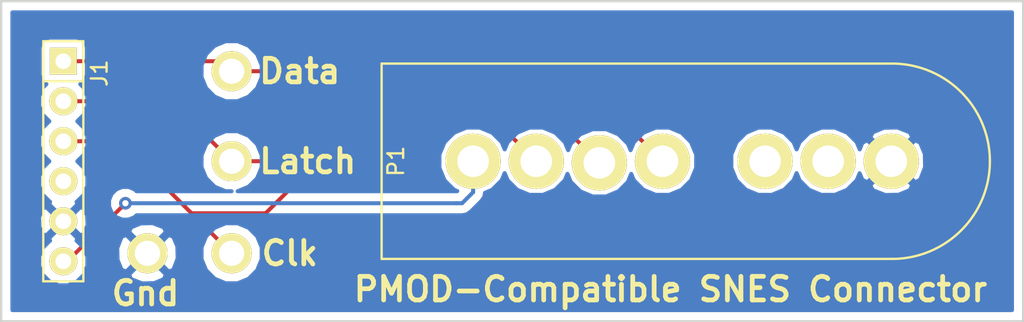
<source format=kicad_pcb>
(kicad_pcb (version 4) (host pcbnew 4.0.2-1.fc23-product)

  (general
    (links 9)
    (no_connects 0)
    (area 81.131999 86.084999 146.125001 106.955001)
    (thickness 1.6)
    (drawings 9)
    (tracks 28)
    (zones 0)
    (modules 6)
    (nets 9)
  )

  (page A4)
  (layers
    (0 F.Cu signal)
    (31 B.Cu signal)
    (32 B.Adhes user)
    (33 F.Adhes user)
    (34 B.Paste user)
    (35 F.Paste user)
    (36 B.SilkS user)
    (37 F.SilkS user)
    (38 B.Mask user)
    (39 F.Mask user)
    (40 Dwgs.User user)
    (41 Cmts.User user)
    (42 Eco1.User user)
    (43 Eco2.User user)
    (44 Edge.Cuts user)
    (45 Margin user)
    (46 B.CrtYd user)
    (47 F.CrtYd user)
    (48 B.Fab user)
    (49 F.Fab user)
  )

  (setup
    (last_trace_width 0.254)
    (trace_clearance 0.2)
    (zone_clearance 0.508)
    (zone_45_only no)
    (trace_min 0.2)
    (segment_width 0.2)
    (edge_width 0.15)
    (via_size 0.8)
    (via_drill 0.4)
    (via_min_size 0.4)
    (via_min_drill 0.3)
    (uvia_size 0.3)
    (uvia_drill 0.1)
    (uvias_allowed no)
    (uvia_min_size 0)
    (uvia_min_drill 0)
    (pcb_text_width 0.3)
    (pcb_text_size 1.5 1.5)
    (mod_edge_width 0.15)
    (mod_text_size 1 1)
    (mod_text_width 0.15)
    (pad_size 1.524 1.524)
    (pad_drill 0.762)
    (pad_to_mask_clearance 0.2)
    (aux_axis_origin 0 0)
    (visible_elements FFFFFF7F)
    (pcbplotparams
      (layerselection 0x010e0_80000001)
      (usegerberextensions true)
      (excludeedgelayer true)
      (linewidth 0.100000)
      (plotframeref false)
      (viasonmask false)
      (mode 1)
      (useauxorigin false)
      (hpglpennumber 1)
      (hpglpenspeed 20)
      (hpglpendiameter 15)
      (hpglpenoverlay 2)
      (psnegative false)
      (psa4output false)
      (plotreference true)
      (plotvalue true)
      (plotinvisibletext false)
      (padsonsilk false)
      (subtractmaskfromsilk false)
      (outputformat 1)
      (mirror false)
      (drillshape 0)
      (scaleselection 1)
      (outputdirectory Gerbers/))
  )

  (net 0 "")
  (net 1 "Net-(J1-Pad1)")
  (net 2 "Net-(J1-Pad2)")
  (net 3 "Net-(J1-Pad3)")
  (net 4 "Net-(J1-Pad4)")
  (net 5 "Net-(J1-Pad6)")
  (net 6 "Net-(P1-Pad5)")
  (net 7 "Net-(P1-Pad6)")
  (net 8 GND)

  (net_class Default "This is the default net class."
    (clearance 0.2)
    (trace_width 0.254)
    (via_dia 0.8)
    (via_drill 0.4)
    (uvia_dia 0.3)
    (uvia_drill 0.1)
    (add_net GND)
    (add_net "Net-(J1-Pad1)")
    (add_net "Net-(J1-Pad2)")
    (add_net "Net-(J1-Pad3)")
    (add_net "Net-(J1-Pad4)")
    (add_net "Net-(J1-Pad6)")
    (add_net "Net-(P1-Pad5)")
    (add_net "Net-(P1-Pad6)")
  )

  (module Connectors:PMOD_SINGLE_MALE (layer F.Cu) (tedit 582E9318) (tstamp 582EB090)
    (at 83.185 96.52 90)
    (path /582E992F)
    (fp_text reference J1 (at 5.588 4.318 90) (layer F.SilkS)
      (effects (font (size 1 1) (thickness 0.15)))
    )
    (fp_text value PMOD_SINGLE (at 0 0 90) (layer F.Fab) hide
      (effects (font (size 1 1) (thickness 0.15)))
    )
    (fp_line (start -10.16 -1.778) (end 10.16 -1.778) (layer Dwgs.User) (width 0.15))
    (fp_line (start 5.08 0.762) (end 5.08 3.302) (layer F.SilkS) (width 0.15))
    (fp_line (start 7.62 0.762) (end 7.62 3.302) (layer F.SilkS) (width 0.15))
    (fp_line (start 7.62 3.302) (end -7.62 3.302) (layer F.SilkS) (width 0.15))
    (fp_line (start -7.62 3.302) (end -7.62 0.762) (layer F.SilkS) (width 0.15))
    (fp_line (start -7.62 0.762) (end 7.62 0.762) (layer F.SilkS) (width 0.15))
    (pad 1 thru_hole rect (at 6.35 2.032 270) (size 1.7018 1.7018) (drill 0.9906) (layers *.Cu *.Mask F.SilkS)
      (net 1 "Net-(J1-Pad1)"))
    (pad 2 thru_hole circle (at 3.81 2.032 270) (size 1.778 1.778) (drill 0.9906) (layers *.Cu *.Mask F.SilkS)
      (net 2 "Net-(J1-Pad2)"))
    (pad 3 thru_hole circle (at 1.27 2.032 270) (size 1.778 1.778) (drill 0.9906) (layers *.Cu *.Mask F.SilkS)
      (net 3 "Net-(J1-Pad3)"))
    (pad 4 thru_hole circle (at -1.27 2.032 270) (size 1.778 1.778) (drill 0.9906) (layers *.Cu *.Mask F.SilkS)
      (net 4 "Net-(J1-Pad4)"))
    (pad 5 thru_hole circle (at -3.81 2.032 270) (size 1.778 1.778) (drill 0.9906) (layers *.Cu *.Mask F.SilkS)
      (net 8 GND))
    (pad 6 thru_hole circle (at -6.35 2.032 270) (size 1.778 1.778) (drill 0.9906) (layers *.Cu *.Mask F.SilkS)
      (net 5 "Net-(J1-Pad6)"))
    (model 3D/Connectors/CONN_1x6_Male.wrl
      (at (xyz -0.3 0.31 0.096))
      (scale (xyz 0.3937 0.3937 0.3937))
      (rotate (xyz 0 180 180))
    )
  )

  (module Connectors:TESTPOINT_063 (layer F.Cu) (tedit 586434A6) (tstamp 582EB0A5)
    (at 95.885 90.805)
    (path /582E9B87)
    (fp_text reference TP1 (at 0 2.7) (layer F.SilkS) hide
      (effects (font (size 1 1) (thickness 0.15)))
    )
    (fp_text value TEST_POINT (at 0 -2.032) (layer F.Fab) hide
      (effects (font (size 1 1) (thickness 0.15)))
    )
    (pad 1 thru_hole circle (at 0 0) (size 2.54 2.54) (drill 1.6002) (layers *.Cu *.Mask F.SilkS)
      (net 1 "Net-(J1-Pad1)"))
    (model 3D/Connectors/Testpoint_063.wrl
      (at (xyz -0.0625 0.0625 -0.125))
      (scale (xyz 0.3937 0.3937 0.3937))
      (rotate (xyz -90 0 0))
    )
  )

  (module Connectors:TESTPOINT_063 (layer F.Cu) (tedit 586434AA) (tstamp 582EB0AA)
    (at 95.885 96.52)
    (path /582E9B5B)
    (fp_text reference TP2 (at 0 2.7) (layer F.SilkS) hide
      (effects (font (size 1 1) (thickness 0.15)))
    )
    (fp_text value TEST_POINT (at 0 -2.032) (layer F.Fab) hide
      (effects (font (size 1 1) (thickness 0.15)))
    )
    (pad 1 thru_hole circle (at 0 0) (size 2.54 2.54) (drill 1.6002) (layers *.Cu *.Mask F.SilkS)
      (net 2 "Net-(J1-Pad2)"))
    (model 3D/Connectors/Testpoint_063.wrl
      (at (xyz -0.0625 0.0625 -0.125))
      (scale (xyz 0.3937 0.3937 0.3937))
      (rotate (xyz -90 0 0))
    )
  )

  (module Connectors:TESTPOINT_063 (layer F.Cu) (tedit 586434AD) (tstamp 582EB0AF)
    (at 95.885 102.362)
    (path /582E9A25)
    (fp_text reference TP3 (at 0 2.7) (layer F.SilkS) hide
      (effects (font (size 1 1) (thickness 0.15)))
    )
    (fp_text value TEST_POINT (at 0 -2.032) (layer F.Fab) hide
      (effects (font (size 1 1) (thickness 0.15)))
    )
    (pad 1 thru_hole circle (at 0 0) (size 2.54 2.54) (drill 1.6002) (layers *.Cu *.Mask F.SilkS)
      (net 3 "Net-(J1-Pad3)"))
    (model 3D/Connectors/Testpoint_063.wrl
      (at (xyz -0.0625 0.0625 -0.125))
      (scale (xyz 0.3937 0.3937 0.3937))
      (rotate (xyz -90 0 0))
    )
  )

  (module Connectors:TESTPOINT_063 (layer F.Cu) (tedit 586434B0) (tstamp 586430A2)
    (at 90.551 102.362)
    (path /58642EFF)
    (fp_text reference TP4 (at 0 2.7) (layer F.SilkS) hide
      (effects (font (size 1 1) (thickness 0.15)))
    )
    (fp_text value TEST_POINT (at 0 -2.032) (layer F.Fab) hide
      (effects (font (size 1 1) (thickness 0.15)))
    )
    (pad 1 thru_hole circle (at 0 0) (size 2.54 2.54) (drill 1.6002) (layers *.Cu *.Mask F.SilkS)
      (net 8 GND))
    (model 3D/Connectors/Testpoint_063.wrl
      (at (xyz -0.0625 0.0625 -0.125))
      (scale (xyz 0.3937 0.3937 0.3937))
      (rotate (xyz -90 0 0))
    )
  )

  (module Connectors:GAMING_SNES (layer F.Cu) (tedit 58643B78) (tstamp 582EB0A0)
    (at 123.19 96.52)
    (path /582E97EE)
    (fp_text reference P1 (at -16.891 0 270) (layer F.SilkS)
      (effects (font (size 1 1) (thickness 0.15)))
    )
    (fp_text value CONN_1x7 (at 0 -3.1) (layer F.Fab) hide
      (effects (font (size 1 1) (thickness 0.15)))
    )
    (fp_line (start -17.8 6.2) (end 14.6 6.2) (layer F.SilkS) (width 0.15))
    (fp_line (start -17.8 -6.2) (end 14.5 -6.2) (layer F.SilkS) (width 0.15))
    (fp_arc (start 14.55 0) (end 20.75 0) (angle 90) (layer F.SilkS) (width 0.15))
    (fp_arc (start 14.55 0) (end 14.55 -6.2) (angle 90) (layer F.SilkS) (width 0.15))
    (fp_line (start -17.8 6.2) (end -17.8 -6.2) (layer F.SilkS) (width 0.15))
    (pad 1 thru_hole circle (at -12 0) (size 3.5 3.5) (drill 2) (layers *.Cu *.Mask F.SilkS)
      (net 5 "Net-(J1-Pad6)"))
    (pad 2 thru_hole circle (at -8 0) (size 3.5 3.5) (drill 2) (layers *.Cu *.Mask F.SilkS)
      (net 3 "Net-(J1-Pad3)"))
    (pad 3 thru_hole circle (at -4 0.1) (size 3.5 3.5) (drill 2) (layers *.Cu *.Mask F.SilkS)
      (net 2 "Net-(J1-Pad2)"))
    (pad 4 thru_hole circle (at 0 0) (size 3.5 3.5) (drill 2) (layers *.Cu *.Mask F.SilkS)
      (net 1 "Net-(J1-Pad1)"))
    (pad 5 thru_hole circle (at 6.5 0) (size 3.5 3.5) (drill 2) (layers *.Cu *.Mask F.SilkS)
      (net 6 "Net-(P1-Pad5)"))
    (pad 6 thru_hole circle (at 10.5 0) (size 3.5 3.5) (drill 2) (layers *.Cu *.Mask F.SilkS)
      (net 7 "Net-(P1-Pad6)"))
    (pad 7 thru_hole circle (at 14.5 0) (size 3.5 3.5) (drill 2) (layers *.Cu *.Mask F.SilkS)
      (net 8 GND))
    (model 3D/Connectors/Gaming_SNES.wrl
      (at (xyz 0 0 0))
      (scale (xyz 0.3937 0.3937 0.3937))
      (rotate (xyz 0 0 90))
    )
  )

  (gr_text Gnd (at 90.424 104.902) (layer F.SilkS)
    (effects (font (size 1.5 1.5) (thickness 0.3)))
  )
  (gr_text Clk (at 99.568 102.362) (layer F.SilkS)
    (effects (font (size 1.5 1.5) (thickness 0.3)))
  )
  (gr_text Latch (at 100.711 96.52) (layer F.SilkS)
    (effects (font (size 1.5 1.5) (thickness 0.3)))
  )
  (gr_text Data (at 100.203 90.805) (layer F.SilkS)
    (effects (font (size 1.5 1.5) (thickness 0.3)))
  )
  (gr_text "PMOD-Compatible SNES Connector" (at 123.698 104.648) (layer F.SilkS)
    (effects (font (size 1.5 1.5) (thickness 0.3)))
  )
  (gr_line (start 146.05 86.36) (end 81.28 86.36) (angle 90) (layer Edge.Cuts) (width 0.15))
  (gr_line (start 146.05 106.68) (end 146.05 86.36) (angle 90) (layer Edge.Cuts) (width 0.15))
  (gr_line (start 81.28 106.68) (end 146.05 106.68) (angle 90) (layer Edge.Cuts) (width 0.15))
  (gr_line (start 81.28 86.36) (end 81.28 106.68) (angle 90) (layer Edge.Cuts) (width 0.15))

  (segment (start 95.885 90.805) (end 98.171 90.805) (width 0.254) (layer F.Cu) (net 1))
  (segment (start 118.872 92.202) (end 123.19 96.52) (width 0.254) (layer F.Cu) (net 1) (tstamp 586432F8))
  (segment (start 99.568 92.202) (end 118.872 92.202) (width 0.254) (layer F.Cu) (net 1) (tstamp 586432F5))
  (segment (start 98.171 90.805) (end 99.568 92.202) (width 0.254) (layer F.Cu) (net 1) (tstamp 586432F3))
  (segment (start 85.217 90.17) (end 95.25 90.17) (width 0.254) (layer F.Cu) (net 1))
  (segment (start 95.25 90.17) (end 95.885 90.805) (width 0.254) (layer F.Cu) (net 1) (tstamp 586432B9))
  (segment (start 95.885 96.52) (end 99.441 96.52) (width 0.254) (layer F.Cu) (net 2))
  (segment (start 115.534 92.964) (end 119.19 96.62) (width 0.254) (layer F.Cu) (net 2) (tstamp 586432EF))
  (segment (start 102.997 92.964) (end 115.534 92.964) (width 0.254) (layer F.Cu) (net 2) (tstamp 586432EB))
  (segment (start 99.441 96.52) (end 102.997 92.964) (width 0.254) (layer F.Cu) (net 2) (tstamp 586432E9))
  (segment (start 85.217 92.71) (end 92.075 92.71) (width 0.254) (layer F.Cu) (net 2))
  (segment (start 92.075 92.71) (end 95.885 96.52) (width 0.254) (layer F.Cu) (net 2) (tstamp 586432C1))
  (segment (start 93.345 99.822) (end 98.044 99.822) (width 0.254) (layer F.Cu) (net 3))
  (segment (start 112.396 93.726) (end 115.19 96.52) (width 0.254) (layer F.Cu) (net 3) (tstamp 586432E5))
  (segment (start 104.14 93.726) (end 112.396 93.726) (width 0.254) (layer F.Cu) (net 3) (tstamp 586432E3))
  (segment (start 98.044 99.822) (end 104.14 93.726) (width 0.254) (layer F.Cu) (net 3) (tstamp 586432D6))
  (segment (start 85.217 95.25) (end 88.773 95.25) (width 0.254) (layer F.Cu) (net 3))
  (segment (start 88.773 95.25) (end 93.345 99.822) (width 0.254) (layer F.Cu) (net 3) (tstamp 586432C7))
  (segment (start 93.345 99.822) (end 95.885 102.362) (width 0.254) (layer F.Cu) (net 3) (tstamp 586432D4))
  (segment (start 95.885 102.362) (end 95.885 102.235) (width 0.25) (layer F.Cu) (net 3) (tstamp 58643119))
  (segment (start 110.109 99.187) (end 110.49 99.187) (width 0.254) (layer B.Cu) (net 5))
  (segment (start 111.19 98.487) (end 111.19 96.52) (width 0.254) (layer B.Cu) (net 5) (tstamp 58643392))
  (segment (start 110.49 99.187) (end 111.19 98.487) (width 0.254) (layer B.Cu) (net 5) (tstamp 58643391))
  (segment (start 85.217 102.87) (end 85.471 102.87) (width 0.254) (layer F.Cu) (net 5))
  (segment (start 85.471 102.87) (end 89.154 99.187) (width 0.254) (layer F.Cu) (net 5) (tstamp 58643358))
  (via (at 89.154 99.187) (size 0.8) (drill 0.4) (layers F.Cu B.Cu) (net 5))
  (segment (start 89.154 99.187) (end 110.109 99.187) (width 0.254) (layer B.Cu) (net 5) (tstamp 58643361))
  (segment (start 110.109 99.187) (end 110.236 99.187) (width 0.254) (layer B.Cu) (net 5) (tstamp 5864338F))

  (zone (net 8) (net_name GND) (layer B.Cu) (tstamp 586430A3) (hatch edge 0.508)
    (connect_pads (clearance 0.508))
    (min_thickness 0.254)
    (fill yes (arc_segments 16) (thermal_gap 0.508) (thermal_bridge_width 0.508))
    (polygon
      (pts
        (xy 145.796 106.426) (xy 81.534 106.426) (xy 81.534 86.614) (xy 145.796 86.614) (xy 145.796 106.426)
      )
    )
    (filled_polygon
      (pts
        (xy 145.34 105.97) (xy 81.99 105.97) (xy 81.99 103.171812) (xy 83.692736 103.171812) (xy 83.924262 103.732149)
        (xy 84.352596 104.161231) (xy 84.912528 104.393735) (xy 85.518812 104.394264) (xy 86.079149 104.162738) (xy 86.508231 103.734404)
        (xy 86.518457 103.709777) (xy 89.382828 103.709777) (xy 89.51452 104.004657) (xy 90.222036 104.276261) (xy 90.979632 104.256436)
        (xy 91.58748 104.004657) (xy 91.719172 103.709777) (xy 90.551 102.541605) (xy 89.382828 103.709777) (xy 86.518457 103.709777)
        (xy 86.740735 103.174472) (xy 86.741264 102.568188) (xy 86.520145 102.033036) (xy 88.636739 102.033036) (xy 88.656564 102.790632)
        (xy 88.908343 103.39848) (xy 89.203223 103.530172) (xy 90.371395 102.362) (xy 90.730605 102.362) (xy 91.898777 103.530172)
        (xy 92.193657 103.39848) (xy 92.446719 102.739265) (xy 93.97967 102.739265) (xy 94.269078 103.439686) (xy 94.804495 103.976039)
        (xy 95.50441 104.266668) (xy 96.262265 104.26733) (xy 96.962686 103.977922) (xy 97.499039 103.442505) (xy 97.789668 102.74259)
        (xy 97.79033 101.984735) (xy 97.500922 101.284314) (xy 96.965505 100.747961) (xy 96.26559 100.457332) (xy 95.507735 100.45667)
        (xy 94.807314 100.746078) (xy 94.270961 101.281495) (xy 93.980332 101.98141) (xy 93.97967 102.739265) (xy 92.446719 102.739265)
        (xy 92.465261 102.690964) (xy 92.445436 101.933368) (xy 92.193657 101.32552) (xy 91.898777 101.193828) (xy 90.730605 102.362)
        (xy 90.371395 102.362) (xy 89.203223 101.193828) (xy 88.908343 101.32552) (xy 88.636739 102.033036) (xy 86.520145 102.033036)
        (xy 86.509738 102.007851) (xy 86.081404 101.578769) (xy 86.054494 101.567595) (xy 86.109591 101.402196) (xy 85.217 100.509605)
        (xy 84.324409 101.402196) (xy 84.379353 101.567138) (xy 84.354851 101.577262) (xy 83.925769 102.005596) (xy 83.693265 102.565528)
        (xy 83.692736 103.171812) (xy 81.99 103.171812) (xy 81.99 100.091965) (xy 83.681484 100.091965) (xy 83.707277 100.6977)
        (xy 83.889461 101.137533) (xy 84.144804 101.222591) (xy 85.037395 100.33) (xy 85.396605 100.33) (xy 86.289196 101.222591)
        (xy 86.544539 101.137533) (xy 86.589571 101.014223) (xy 89.382828 101.014223) (xy 90.551 102.182395) (xy 91.719172 101.014223)
        (xy 91.58748 100.719343) (xy 90.879964 100.447739) (xy 90.122368 100.467564) (xy 89.51452 100.719343) (xy 89.382828 101.014223)
        (xy 86.589571 101.014223) (xy 86.752516 100.568035) (xy 86.726723 99.9623) (xy 86.544539 99.522467) (xy 86.289196 99.437409)
        (xy 85.396605 100.33) (xy 85.037395 100.33) (xy 84.144804 99.437409) (xy 83.889461 99.522467) (xy 83.681484 100.091965)
        (xy 81.99 100.091965) (xy 81.99 93.011812) (xy 83.692736 93.011812) (xy 83.924262 93.572149) (xy 84.331737 93.980336)
        (xy 83.925769 94.385596) (xy 83.693265 94.945528) (xy 83.692736 95.551812) (xy 83.924262 96.112149) (xy 84.331737 96.520336)
        (xy 83.925769 96.925596) (xy 83.693265 97.485528) (xy 83.692736 98.091812) (xy 83.924262 98.652149) (xy 84.352596 99.081231)
        (xy 84.379506 99.092405) (xy 84.324409 99.257804) (xy 85.217 100.150395) (xy 85.975424 99.391971) (xy 88.118821 99.391971)
        (xy 88.276058 99.772515) (xy 88.566954 100.063919) (xy 88.947223 100.22182) (xy 89.358971 100.222179) (xy 89.739515 100.064942)
        (xy 89.855659 99.949) (xy 110.49 99.949) (xy 110.781605 99.890996) (xy 111.028815 99.725815) (xy 111.728815 99.025816)
        (xy 111.893996 98.778605) (xy 111.918509 98.65537) (xy 111.945884 98.517748) (xy 112.3978 98.33102) (xy 112.998909 97.730959)
        (xy 113.190068 97.270598) (xy 113.37898 97.7278) (xy 113.979041 98.328909) (xy 114.763459 98.654628) (xy 115.612815 98.65537)
        (xy 116.3978 98.33102) (xy 116.998909 97.730959) (xy 117.169357 97.320475) (xy 117.37898 97.8278) (xy 117.979041 98.428909)
        (xy 118.763459 98.754628) (xy 119.612815 98.75537) (xy 120.3978 98.43102) (xy 120.998909 97.830959) (xy 121.210778 97.320722)
        (xy 121.37898 97.7278) (xy 121.979041 98.328909) (xy 122.763459 98.654628) (xy 123.612815 98.65537) (xy 124.3978 98.33102)
        (xy 124.998909 97.730959) (xy 125.324628 96.946541) (xy 125.324631 96.942815) (xy 127.55463 96.942815) (xy 127.87898 97.7278)
        (xy 128.479041 98.328909) (xy 129.263459 98.654628) (xy 130.112815 98.65537) (xy 130.8978 98.33102) (xy 131.498909 97.730959)
        (xy 131.690068 97.270598) (xy 131.87898 97.7278) (xy 132.479041 98.328909) (xy 133.263459 98.654628) (xy 134.112815 98.65537)
        (xy 134.8978 98.33102) (xy 135.195368 98.03397) (xy 136.355635 98.03397) (xy 136.515418 98.352739) (xy 137.306187 98.662723)
        (xy 138.155387 98.646497) (xy 138.864582 98.352739) (xy 139.024365 98.03397) (xy 137.69 96.699605) (xy 136.355635 98.03397)
        (xy 135.195368 98.03397) (xy 135.498909 97.730959) (xy 135.685849 97.280757) (xy 135.857261 97.694582) (xy 136.17603 97.854365)
        (xy 137.510395 96.52) (xy 137.869605 96.52) (xy 139.20397 97.854365) (xy 139.522739 97.694582) (xy 139.832723 96.903813)
        (xy 139.816497 96.054613) (xy 139.522739 95.345418) (xy 139.20397 95.185635) (xy 137.869605 96.52) (xy 137.510395 96.52)
        (xy 136.17603 95.185635) (xy 135.857261 95.345418) (xy 135.69051 95.7708) (xy 135.50102 95.3122) (xy 135.195384 95.00603)
        (xy 136.355635 95.00603) (xy 137.69 96.340395) (xy 139.024365 95.00603) (xy 138.864582 94.687261) (xy 138.073813 94.377277)
        (xy 137.224613 94.393503) (xy 136.515418 94.687261) (xy 136.355635 95.00603) (xy 135.195384 95.00603) (xy 134.900959 94.711091)
        (xy 134.116541 94.385372) (xy 133.267185 94.38463) (xy 132.4822 94.70898) (xy 131.881091 95.309041) (xy 131.689932 95.769402)
        (xy 131.50102 95.3122) (xy 130.900959 94.711091) (xy 130.116541 94.385372) (xy 129.267185 94.38463) (xy 128.4822 94.70898)
        (xy 127.881091 95.309041) (xy 127.555372 96.093459) (xy 127.55463 96.942815) (xy 125.324631 96.942815) (xy 125.32537 96.097185)
        (xy 125.00102 95.3122) (xy 124.400959 94.711091) (xy 123.616541 94.385372) (xy 122.767185 94.38463) (xy 121.9822 94.70898)
        (xy 121.381091 95.309041) (xy 121.169222 95.819278) (xy 121.00102 95.4122) (xy 120.400959 94.811091) (xy 119.616541 94.485372)
        (xy 118.767185 94.48463) (xy 117.9822 94.80898) (xy 117.381091 95.409041) (xy 117.210643 95.819525) (xy 117.00102 95.3122)
        (xy 116.400959 94.711091) (xy 115.616541 94.385372) (xy 114.767185 94.38463) (xy 113.9822 94.70898) (xy 113.381091 95.309041)
        (xy 113.189932 95.769402) (xy 113.00102 95.3122) (xy 112.400959 94.711091) (xy 111.616541 94.385372) (xy 110.767185 94.38463)
        (xy 109.9822 94.70898) (xy 109.381091 95.309041) (xy 109.055372 96.093459) (xy 109.05463 96.942815) (xy 109.37898 97.7278)
        (xy 109.979041 98.328909) (xy 110.184957 98.414413) (xy 110.17437 98.425) (xy 96.263064 98.425) (xy 96.962686 98.135922)
        (xy 97.499039 97.600505) (xy 97.789668 96.90059) (xy 97.79033 96.142735) (xy 97.500922 95.442314) (xy 96.965505 94.905961)
        (xy 96.26559 94.615332) (xy 95.507735 94.61467) (xy 94.807314 94.904078) (xy 94.270961 95.439495) (xy 93.980332 96.13941)
        (xy 93.97967 96.897265) (xy 94.269078 97.597686) (xy 94.804495 98.134039) (xy 95.50441 98.424668) (xy 95.884482 98.425)
        (xy 89.855765 98.425) (xy 89.741046 98.310081) (xy 89.360777 98.15218) (xy 88.949029 98.151821) (xy 88.568485 98.309058)
        (xy 88.277081 98.599954) (xy 88.11918 98.980223) (xy 88.118821 99.391971) (xy 85.975424 99.391971) (xy 86.109591 99.257804)
        (xy 86.054647 99.092862) (xy 86.079149 99.082738) (xy 86.508231 98.654404) (xy 86.740735 98.094472) (xy 86.741264 97.488188)
        (xy 86.509738 96.927851) (xy 86.102263 96.519664) (xy 86.508231 96.114404) (xy 86.740735 95.554472) (xy 86.741264 94.948188)
        (xy 86.509738 94.387851) (xy 86.102263 93.979664) (xy 86.508231 93.574404) (xy 86.740735 93.014472) (xy 86.741264 92.408188)
        (xy 86.509738 91.847851) (xy 86.289008 91.626736) (xy 86.303217 91.624062) (xy 86.519341 91.48499) (xy 86.664331 91.27279)
        (xy 86.682662 91.182265) (xy 93.97967 91.182265) (xy 94.269078 91.882686) (xy 94.804495 92.419039) (xy 95.50441 92.709668)
        (xy 96.262265 92.71033) (xy 96.962686 92.420922) (xy 97.499039 91.885505) (xy 97.789668 91.18559) (xy 97.79033 90.427735)
        (xy 97.500922 89.727314) (xy 96.965505 89.190961) (xy 96.26559 88.900332) (xy 95.507735 88.89967) (xy 94.807314 89.189078)
        (xy 94.270961 89.724495) (xy 93.980332 90.42441) (xy 93.97967 91.182265) (xy 86.682662 91.182265) (xy 86.71534 91.0209)
        (xy 86.71534 89.3191) (xy 86.671062 89.083783) (xy 86.53199 88.867659) (xy 86.31979 88.722669) (xy 86.0679 88.67166)
        (xy 84.3661 88.67166) (xy 84.130783 88.715938) (xy 83.914659 88.85501) (xy 83.769669 89.06721) (xy 83.71866 89.3191)
        (xy 83.71866 91.0209) (xy 83.762938 91.256217) (xy 83.90201 91.472341) (xy 84.11421 91.617331) (xy 84.147649 91.624103)
        (xy 83.925769 91.845596) (xy 83.693265 92.405528) (xy 83.692736 93.011812) (xy 81.99 93.011812) (xy 81.99 87.07)
        (xy 145.34 87.07)
      )
    )
  )
)

</source>
